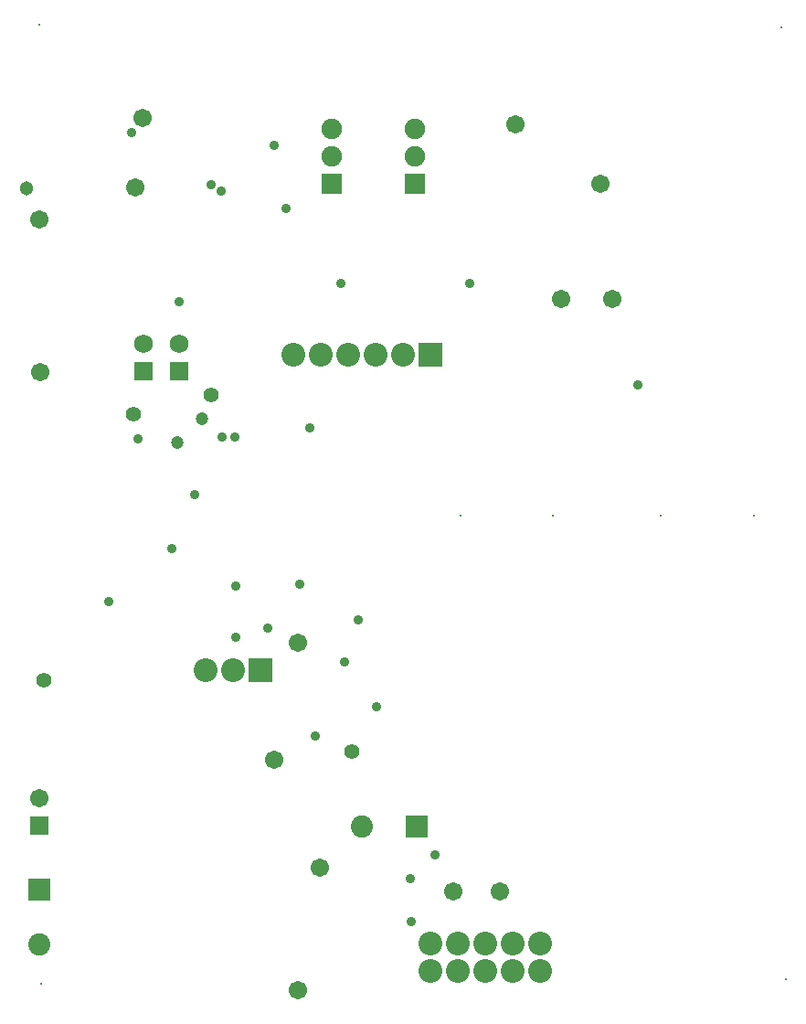
<source format=gbs>
%FSLAX25Y25*%
%MOIN*%
G70*
G01*
G75*
G04 Layer_Color=16711935*
%ADD10R,0.04921X0.04921*%
%ADD11R,0.03150X0.03150*%
%ADD12R,0.31496X0.08661*%
%ADD13R,0.06299X0.08583*%
%ADD14R,0.02362X0.07874*%
%ADD15R,0.04921X0.04921*%
%ADD16R,0.02362X0.05906*%
%ADD17R,0.04921X0.04331*%
%ADD18R,0.03150X0.03150*%
%ADD19R,0.07874X0.03937*%
G04:AMPARAMS|DCode=20|XSize=78.74mil|YSize=39.37mil|CornerRadius=9.84mil|HoleSize=0mil|Usage=FLASHONLY|Rotation=0.000|XOffset=0mil|YOffset=0mil|HoleType=Round|Shape=RoundedRectangle|*
%AMROUNDEDRECTD20*
21,1,0.07874,0.01969,0,0,0.0*
21,1,0.05906,0.03937,0,0,0.0*
1,1,0.01969,0.02953,-0.00984*
1,1,0.01969,-0.02953,-0.00984*
1,1,0.01969,-0.02953,0.00984*
1,1,0.01969,0.02953,0.00984*
%
%ADD20ROUNDEDRECTD20*%
%ADD21R,0.07874X0.03543*%
%ADD22R,0.02756X0.07874*%
%ADD23R,0.03150X0.07874*%
%ADD24R,0.05276X0.07087*%
%ADD25R,0.03937X0.04921*%
%ADD26R,0.06102X0.02362*%
%ADD27O,0.06102X0.02362*%
%ADD28C,0.03937*%
%ADD29C,0.01575*%
%ADD30C,0.01000*%
%ADD31C,0.05906*%
%ADD32C,0.02362*%
%ADD33C,0.03150*%
%ADD34C,0.02756*%
%ADD35C,0.06000*%
%ADD36R,0.06000X0.06000*%
%ADD37R,0.07284X0.07284*%
%ADD38C,0.07284*%
%ADD39R,0.07284X0.07284*%
%ADD40C,0.07874*%
%ADD41C,0.06693*%
%ADD42R,0.06693X0.06693*%
%ADD43R,0.07874X0.07874*%
%ADD44C,0.05906*%
%ADD45R,0.05906X0.05906*%
%ADD46C,0.04724*%
%ADD47C,0.02756*%
%ADD48C,0.03937*%
%ADD49C,0.04331*%
%ADD50C,0.00984*%
%ADD51C,0.00787*%
%ADD52C,0.01008*%
%ADD53C,0.00591*%
%ADD54R,0.05721X0.05721*%
%ADD55R,0.03950X0.03950*%
%ADD56R,0.32296X0.09461*%
%ADD57R,0.07099X0.09383*%
%ADD58R,0.03162X0.08674*%
%ADD59R,0.05721X0.05721*%
%ADD60R,0.03162X0.06706*%
%ADD61R,0.05721X0.05131*%
%ADD62R,0.03950X0.03950*%
%ADD63R,0.08674X0.04737*%
G04:AMPARAMS|DCode=64|XSize=86.74mil|YSize=47.37mil|CornerRadius=13.84mil|HoleSize=0mil|Usage=FLASHONLY|Rotation=0.000|XOffset=0mil|YOffset=0mil|HoleType=Round|Shape=RoundedRectangle|*
%AMROUNDEDRECTD64*
21,1,0.08674,0.01969,0,0,0.0*
21,1,0.05906,0.04737,0,0,0.0*
1,1,0.02769,0.02953,-0.00984*
1,1,0.02769,-0.02953,-0.00984*
1,1,0.02769,-0.02953,0.00984*
1,1,0.02769,0.02953,0.00984*
%
%ADD64ROUNDEDRECTD64*%
%ADD65R,0.08674X0.04343*%
%ADD66R,0.03556X0.08674*%
%ADD67R,0.03950X0.08674*%
%ADD68R,0.06076X0.07887*%
%ADD69R,0.04737X0.05721*%
%ADD70R,0.06902X0.03162*%
%ADD71O,0.06902X0.03162*%
%ADD72C,0.06800*%
%ADD73R,0.06800X0.06800*%
%ADD74C,0.00800*%
%ADD75R,0.08083X0.08083*%
%ADD76C,0.08083*%
%ADD77R,0.08083X0.08083*%
%ADD78C,0.08674*%
%ADD79C,0.07493*%
%ADD80R,0.07493X0.07493*%
%ADD81R,0.00800X0.00800*%
%ADD82R,0.08674X0.08674*%
%ADD83C,0.06706*%
%ADD84R,0.06706X0.06706*%
%ADD85C,0.05524*%
%ADD86C,0.03556*%
%ADD87C,0.04737*%
%ADD88C,0.05131*%
D72*
X59449Y241496D02*
D03*
X46457D02*
D03*
D73*
X59449Y231496D02*
D03*
X46457D02*
D03*
D74*
X9055Y8268D02*
D03*
X280709Y9843D02*
D03*
X279134Y357087D02*
D03*
X8268Y357874D02*
D03*
X268898Y179134D02*
D03*
X161811D02*
D03*
D75*
X8394Y42606D02*
D03*
D76*
Y22606D02*
D03*
X125894Y65606D02*
D03*
D77*
X145894D02*
D03*
D78*
X190894Y13106D02*
D03*
X180894D02*
D03*
X170894D02*
D03*
X160894D02*
D03*
X150894D02*
D03*
Y23106D02*
D03*
X160894D02*
D03*
X170894D02*
D03*
X180894D02*
D03*
X190894D02*
D03*
X78894Y122606D02*
D03*
X68894D02*
D03*
X100894Y237606D02*
D03*
X110894D02*
D03*
X120894D02*
D03*
X130894D02*
D03*
X140894D02*
D03*
D79*
X114894Y320106D02*
D03*
Y310106D02*
D03*
X145394Y320106D02*
D03*
Y310106D02*
D03*
D80*
X114894Y300106D02*
D03*
X145394D02*
D03*
D81*
X235039Y179134D02*
D03*
X195669D02*
D03*
D82*
X88894Y122606D02*
D03*
X150894Y237606D02*
D03*
D83*
X8394Y76106D02*
D03*
X8787Y231201D02*
D03*
X43307Y298819D02*
D03*
X176378Y42126D02*
D03*
X159449D02*
D03*
X102488Y132776D02*
D03*
X198721Y257980D02*
D03*
X181890Y321654D02*
D03*
X102756Y5906D02*
D03*
X110630Y50787D02*
D03*
X93827Y89862D02*
D03*
X217449Y257972D02*
D03*
X212894Y300106D02*
D03*
X8394Y287106D02*
D03*
X45894Y324106D02*
D03*
D84*
X8394Y66106D02*
D03*
D85*
X9843Y118898D02*
D03*
X42520Y216142D02*
D03*
X70866Y222835D02*
D03*
X122441Y92913D02*
D03*
D86*
X119685Y125591D02*
D03*
X124594Y141071D02*
D03*
X131287Y109181D02*
D03*
X103150Y153937D02*
D03*
X79921Y134646D02*
D03*
X91524Y137921D02*
D03*
X80106Y153276D02*
D03*
X108846Y98551D02*
D03*
X152547Y55244D02*
D03*
X143492Y46583D02*
D03*
X143886Y30835D02*
D03*
X59449Y257087D02*
D03*
X41972Y318685D02*
D03*
X226563Y226504D02*
D03*
X106878Y211150D02*
D03*
X165146Y263512D02*
D03*
X118295D02*
D03*
X33791Y147630D02*
D03*
X56626Y166921D02*
D03*
X98394Y291106D02*
D03*
X93894Y314106D02*
D03*
X44394Y207106D02*
D03*
X64894Y186606D02*
D03*
X74803Y297244D02*
D03*
X70866Y299606D02*
D03*
X79713Y207606D02*
D03*
X74894D02*
D03*
D87*
X67716Y214173D02*
D03*
X58661Y205512D02*
D03*
D88*
X3543Y298425D02*
D03*
M02*

</source>
